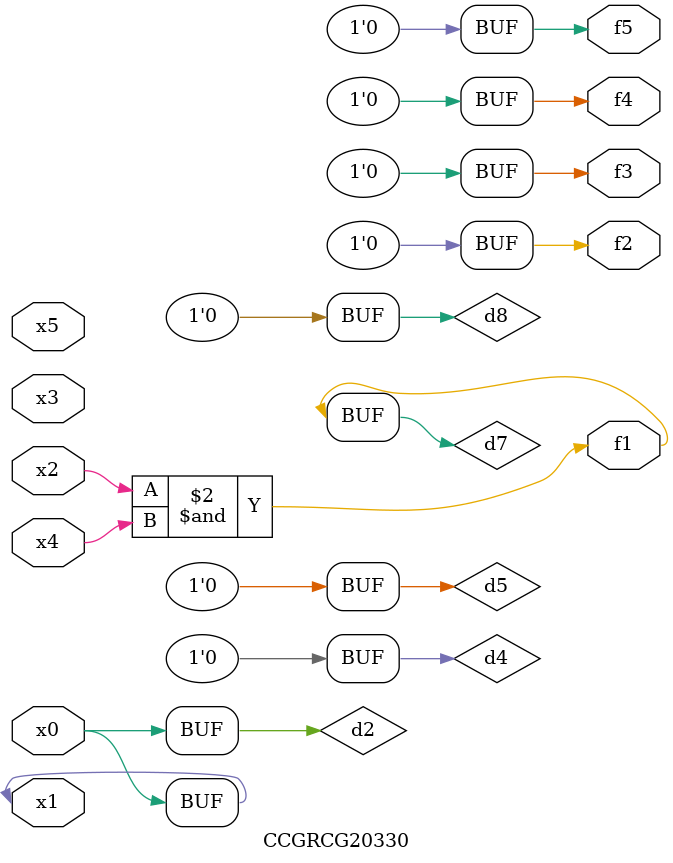
<source format=v>
module CCGRCG20330(
	input x0, x1, x2, x3, x4, x5,
	output f1, f2, f3, f4, f5
);

	wire d1, d2, d3, d4, d5, d6, d7, d8, d9;

	nand (d1, x1);
	buf (d2, x0, x1);
	nand (d3, x2, x4);
	and (d4, d1, d2);
	and (d5, d1, d2);
	nand (d6, d1, d3);
	not (d7, d3);
	xor (d8, d5);
	nor (d9, d5, d6);
	assign f1 = d7;
	assign f2 = d8;
	assign f3 = d8;
	assign f4 = d8;
	assign f5 = d8;
endmodule

</source>
